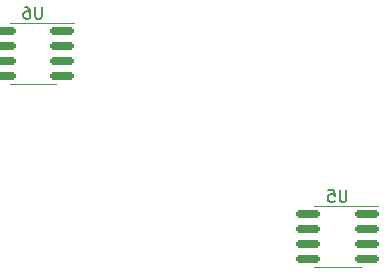
<source format=gbr>
%TF.GenerationSoftware,KiCad,Pcbnew,(6.0.4-0)*%
%TF.CreationDate,2023-05-29T14:49:53-05:00*%
%TF.ProjectId,voltage_sense,766f6c74-6167-4655-9f73-656e73652e6b,rev?*%
%TF.SameCoordinates,Original*%
%TF.FileFunction,Legend,Bot*%
%TF.FilePolarity,Positive*%
%FSLAX46Y46*%
G04 Gerber Fmt 4.6, Leading zero omitted, Abs format (unit mm)*
G04 Created by KiCad (PCBNEW (6.0.4-0)) date 2023-05-29 14:49:53*
%MOMM*%
%LPD*%
G01*
G04 APERTURE LIST*
G04 Aperture macros list*
%AMRoundRect*
0 Rectangle with rounded corners*
0 $1 Rounding radius*
0 $2 $3 $4 $5 $6 $7 $8 $9 X,Y pos of 4 corners*
0 Add a 4 corners polygon primitive as box body*
4,1,4,$2,$3,$4,$5,$6,$7,$8,$9,$2,$3,0*
0 Add four circle primitives for the rounded corners*
1,1,$1+$1,$2,$3*
1,1,$1+$1,$4,$5*
1,1,$1+$1,$6,$7*
1,1,$1+$1,$8,$9*
0 Add four rect primitives between the rounded corners*
20,1,$1+$1,$2,$3,$4,$5,0*
20,1,$1+$1,$4,$5,$6,$7,0*
20,1,$1+$1,$6,$7,$8,$9,0*
20,1,$1+$1,$8,$9,$2,$3,0*%
G04 Aperture macros list end*
%ADD10C,0.150000*%
%ADD11C,0.120000*%
%ADD12R,1.700000X1.700000*%
%ADD13O,1.700000X1.700000*%
%ADD14C,2.020000*%
%ADD15C,2.000000*%
%ADD16C,2.200000*%
%ADD17O,2.500000X1.600000*%
%ADD18O,7.000000X3.500000*%
%ADD19C,2.153200*%
%ADD20C,4.400000*%
%ADD21C,2.108200*%
%ADD22C,2.870200*%
%ADD23RoundRect,0.150000X0.825000X0.150000X-0.825000X0.150000X-0.825000X-0.150000X0.825000X-0.150000X0*%
G04 APERTURE END LIST*
D10*
%TO.C,U6*%
X6349904Y27760119D02*
X6349904Y26950595D01*
X6302285Y26855357D01*
X6254666Y26807738D01*
X6159428Y26760119D01*
X5968952Y26760119D01*
X5873714Y26807738D01*
X5826095Y26855357D01*
X5778476Y26950595D01*
X5778476Y27760119D01*
X4873714Y27760119D02*
X5064190Y27760119D01*
X5159428Y27712500D01*
X5207047Y27664880D01*
X5302285Y27522023D01*
X5349904Y27331547D01*
X5349904Y26950595D01*
X5302285Y26855357D01*
X5254666Y26807738D01*
X5159428Y26760119D01*
X4968952Y26760119D01*
X4873714Y26807738D01*
X4826095Y26855357D01*
X4778476Y26950595D01*
X4778476Y27188690D01*
X4826095Y27283928D01*
X4873714Y27331547D01*
X4968952Y27379166D01*
X5159428Y27379166D01*
X5254666Y27331547D01*
X5302285Y27283928D01*
X5349904Y27188690D01*
%TO.C,U5*%
X32130904Y12266119D02*
X32130904Y11456595D01*
X32083285Y11361357D01*
X32035666Y11313738D01*
X31940428Y11266119D01*
X31749952Y11266119D01*
X31654714Y11313738D01*
X31607095Y11361357D01*
X31559476Y11456595D01*
X31559476Y12266119D01*
X30607095Y12266119D02*
X31083285Y12266119D01*
X31130904Y11789928D01*
X31083285Y11837547D01*
X30988047Y11885166D01*
X30749952Y11885166D01*
X30654714Y11837547D01*
X30607095Y11789928D01*
X30559476Y11694690D01*
X30559476Y11456595D01*
X30607095Y11361357D01*
X30654714Y11313738D01*
X30749952Y11266119D01*
X30988047Y11266119D01*
X31083285Y11313738D01*
X31130904Y11361357D01*
D11*
%TO.C,U6*%
X5588000Y26372500D02*
X3638000Y26372500D01*
X5588000Y21252500D02*
X7538000Y21252500D01*
X5588000Y21252500D02*
X3638000Y21252500D01*
X5588000Y26372500D02*
X9038000Y26372500D01*
%TO.C,U5*%
X31369000Y5758500D02*
X33319000Y5758500D01*
X31369000Y10878500D02*
X34819000Y10878500D01*
X31369000Y5758500D02*
X29419000Y5758500D01*
X31369000Y10878500D02*
X29419000Y10878500D01*
%TD*%
%LPC*%
D12*
%TO.C,J2*%
X35550000Y3168500D03*
D13*
X33010000Y3168500D03*
X30470000Y3168500D03*
X27930000Y3168500D03*
%TD*%
D14*
%TO.C,TP1*%
X23876000Y3111500D03*
%TD*%
D15*
%TO.C,TP9*%
X30988000Y32225500D03*
%TD*%
D16*
%TO.C,H7*%
X45200000Y31617500D03*
%TD*%
D17*
%TO.C,J5*%
X38608000Y17317500D03*
D18*
X43688000Y22397500D03*
D17*
X38608000Y19857500D03*
D18*
X43688000Y12237500D03*
%TD*%
D19*
%TO.C,J4*%
X7318000Y16085500D03*
X2418000Y15485500D03*
X7318000Y30585500D03*
X2418000Y31185500D03*
%TD*%
D16*
%TO.C,H2*%
X14100000Y3317500D03*
%TD*%
D20*
%TO.C,H3*%
X45200000Y3317500D03*
%TD*%
D14*
%TO.C,TP2*%
X22860000Y32225500D03*
%TD*%
D16*
%TO.C,H1*%
X14100000Y31617500D03*
%TD*%
D21*
%TO.C,J1*%
X4826000Y5905500D03*
D22*
X7375900Y3355600D03*
X2276100Y3355600D03*
X2276100Y8455400D03*
X7375900Y8455400D03*
%TD*%
D23*
%TO.C,U6*%
X8063000Y25717500D03*
X8063000Y24447500D03*
X8063000Y23177500D03*
X8063000Y21907500D03*
X3113000Y21907500D03*
X3113000Y23177500D03*
X3113000Y24447500D03*
X3113000Y25717500D03*
%TD*%
%TO.C,U5*%
X33844000Y10223500D03*
X33844000Y8953500D03*
X33844000Y7683500D03*
X33844000Y6413500D03*
X28894000Y6413500D03*
X28894000Y7683500D03*
X28894000Y8953500D03*
X28894000Y10223500D03*
%TD*%
M02*

</source>
